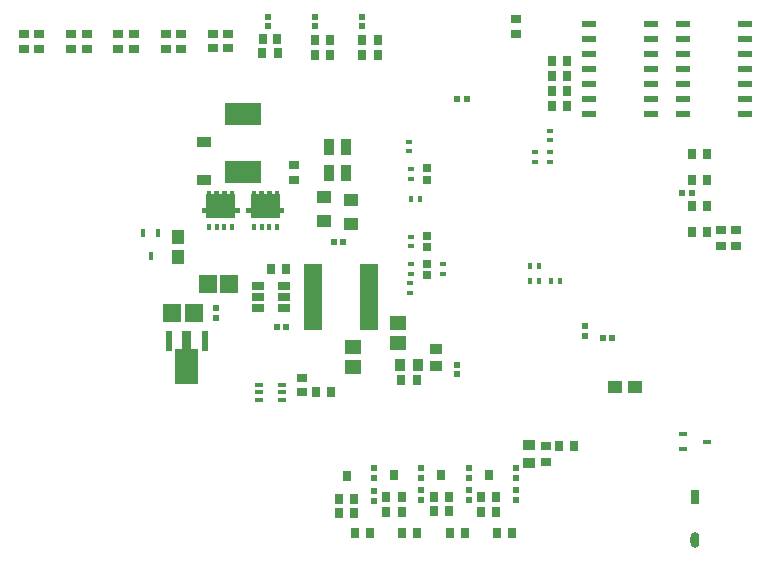
<source format=gbp>
G04*
G04 #@! TF.GenerationSoftware,Altium Limited,Altium Designer,24.2.2 (26)*
G04*
G04 Layer_Color=128*
%FSLAX44Y44*%
%MOMM*%
G71*
G04*
G04 #@! TF.SameCoordinates,E4E63788-C9BD-4034-8D98-A8616A57BAF2*
G04*
G04*
G04 #@! TF.FilePolarity,Positive*
G04*
G01*
G75*
%ADD23R,0.7500X0.8500*%
%ADD25R,0.8500X0.7000*%
%ADD26R,0.8500X0.7500*%
%ADD27R,0.7000X0.9000*%
%ADD28R,0.5500X0.5500*%
%ADD33R,0.5500X0.5500*%
%ADD35R,0.9500X0.8000*%
%ADD36R,0.5200X0.5200*%
%ADD37R,0.5200X0.5200*%
G04:AMPARAMS|DCode=38|XSize=1.3082mm|YSize=0.7621mm|CornerRadius=0.3811mm|HoleSize=0mm|Usage=FLASHONLY|Rotation=90.000|XOffset=0mm|YOffset=0mm|HoleType=Round|Shape=RoundedRectangle|*
%AMROUNDEDRECTD38*
21,1,1.3082,0.0000,0,0,90.0*
21,1,0.5461,0.7621,0,0,90.0*
1,1,0.7621,0.0000,0.2730*
1,1,0.7621,0.0000,-0.2730*
1,1,0.7621,0.0000,-0.2730*
1,1,0.7621,0.0000,0.2730*
%
%ADD38ROUNDEDRECTD38*%
%ADD39R,0.7621X1.3082*%
%ADD49R,0.7000X0.8500*%
%ADD80R,1.5000X1.5500*%
G04:AMPARAMS|DCode=81|XSize=0.55mm|YSize=1.25mm|CornerRadius=0.0495mm|HoleSize=0mm|Usage=FLASHONLY|Rotation=90.000|XOffset=0mm|YOffset=0mm|HoleType=Round|Shape=RoundedRectangle|*
%AMROUNDEDRECTD81*
21,1,0.5500,1.1510,0,0,90.0*
21,1,0.4510,1.2500,0,0,90.0*
1,1,0.0990,0.5755,0.2255*
1,1,0.0990,0.5755,-0.2255*
1,1,0.0990,-0.5755,-0.2255*
1,1,0.0990,-0.5755,0.2255*
%
%ADD81ROUNDEDRECTD81*%
%ADD82R,0.5800X1.7300*%
%ADD83C,1.7397*%
%ADD84R,0.8000X0.4000*%
%ADD85R,0.9000X1.0500*%
%ADD86R,1.0500X0.9000*%
%ADD87R,1.6000X5.7000*%
%ADD88R,1.0000X0.7000*%
%ADD90R,0.3500X0.5000*%
%ADD91R,1.2200X0.9100*%
%ADD92R,3.1500X1.9600*%
%ADD93R,0.7000X0.4200*%
%ADD94R,1.1500X1.0500*%
%ADD95R,1.0500X1.1500*%
%ADD96R,0.4200X0.7000*%
%ADD97R,0.9500X1.3500*%
%ADD98R,1.2500X1.0000*%
%ADD99R,0.5000X0.4000*%
%ADD100R,0.4000X0.5000*%
%ADD101R,0.6725X0.7154*%
%ADD102R,1.4562X1.2546*%
G36*
X215228Y224413D02*
X221093D01*
Y194113D01*
X201763D01*
Y224413D01*
X207628D01*
Y239413D01*
X215228D01*
Y224413D01*
D02*
G37*
G36*
X251690Y354991D02*
X252190D01*
Y343641D01*
X255990D01*
Y339341D01*
X252190D01*
Y335191D01*
X227690D01*
Y339341D01*
X223890D01*
Y343641D01*
X227690D01*
Y354991D01*
X228190D01*
Y357991D01*
X232190D01*
Y354991D01*
X234690D01*
Y357991D01*
X238690D01*
Y354991D01*
X241190D01*
Y357991D01*
X245190D01*
Y354991D01*
X247690D01*
Y357991D01*
X251690D01*
Y354991D01*
D02*
G37*
G36*
X289690D02*
X290190D01*
Y343641D01*
X293990D01*
Y339341D01*
X290190D01*
Y335191D01*
X265690D01*
Y339341D01*
X261890D01*
Y343641D01*
X265690D01*
Y354991D01*
X266190D01*
Y357991D01*
X270190D01*
Y354991D01*
X272690D01*
Y357991D01*
X276690D01*
Y354991D01*
X279190D01*
Y357991D01*
X283190D01*
Y354991D01*
X285690D01*
Y357991D01*
X289690D01*
Y354991D01*
D02*
G37*
D23*
X275250Y474500D02*
D03*
X288250D02*
D03*
X533500Y468000D02*
D03*
X520500D02*
D03*
X533500Y455426D02*
D03*
X520500D02*
D03*
X533500Y442750D02*
D03*
X520500D02*
D03*
X533500Y430250D02*
D03*
X520500D02*
D03*
X539250Y141750D02*
D03*
X526250D02*
D03*
X333500Y187500D02*
D03*
X320500D02*
D03*
X393000Y197750D02*
D03*
X406000D02*
D03*
X433500Y86695D02*
D03*
X420500D02*
D03*
X473500Y86500D02*
D03*
X460500D02*
D03*
X393250Y86500D02*
D03*
X380250D02*
D03*
X353250Y85500D02*
D03*
X340250D02*
D03*
X295500Y292250D02*
D03*
X282500D02*
D03*
X651750Y323481D02*
D03*
X638750D02*
D03*
X651750Y367481D02*
D03*
X638750D02*
D03*
X651750Y345481D02*
D03*
X638750D02*
D03*
X651750Y389481D02*
D03*
X638750D02*
D03*
X333000Y473000D02*
D03*
X320000D02*
D03*
X373000D02*
D03*
X360000D02*
D03*
X373000Y485500D02*
D03*
X360000D02*
D03*
X333000Y485500D02*
D03*
X320000D02*
D03*
D25*
X308500Y187500D02*
D03*
Y200000D02*
D03*
X233750Y478750D02*
D03*
Y491250D02*
D03*
X246250Y478750D02*
D03*
Y491250D02*
D03*
D26*
X676000Y324500D02*
D03*
Y311500D02*
D03*
X663500Y324500D02*
D03*
Y311500D02*
D03*
X515500Y128750D02*
D03*
Y141750D02*
D03*
X302000Y380250D02*
D03*
Y367250D02*
D03*
X86000Y491000D02*
D03*
Y478000D02*
D03*
X490500Y490500D02*
D03*
Y503500D02*
D03*
D27*
X433500Y98695D02*
D03*
X420500D02*
D03*
X427000Y117695D02*
D03*
X473500Y98500D02*
D03*
X460500D02*
D03*
X467000Y117500D02*
D03*
X393250Y98500D02*
D03*
X380250D02*
D03*
X386750Y117500D02*
D03*
X353250Y97500D02*
D03*
X340250D02*
D03*
X346750Y116500D02*
D03*
D28*
X490250Y105000D02*
D03*
Y96000D02*
D03*
Y114500D02*
D03*
Y123500D02*
D03*
X450000Y114500D02*
D03*
Y123500D02*
D03*
Y105000D02*
D03*
Y96000D02*
D03*
X409750Y114500D02*
D03*
Y123500D02*
D03*
Y105000D02*
D03*
Y96000D02*
D03*
X369750Y114500D02*
D03*
Y123500D02*
D03*
Y104250D02*
D03*
Y95250D02*
D03*
D33*
X439750Y435500D02*
D03*
X448750D02*
D03*
D35*
X153500Y491250D02*
D03*
Y477750D02*
D03*
X193500Y491250D02*
D03*
Y477750D02*
D03*
X166500Y491250D02*
D03*
Y477750D02*
D03*
X206500Y491250D02*
D03*
Y477750D02*
D03*
X126645Y491250D02*
D03*
Y477750D02*
D03*
X113395Y491250D02*
D03*
Y477750D02*
D03*
X73500Y491250D02*
D03*
Y477750D02*
D03*
D36*
X236250Y258750D02*
D03*
Y250750D02*
D03*
X280000Y497500D02*
D03*
Y505500D02*
D03*
X360000Y497500D02*
D03*
Y505500D02*
D03*
X320000Y497500D02*
D03*
Y505500D02*
D03*
X440500Y211000D02*
D03*
Y203000D02*
D03*
X548250Y243500D02*
D03*
Y235500D02*
D03*
D37*
X630750Y356481D02*
D03*
X638750D02*
D03*
X287750Y242750D02*
D03*
X295750D02*
D03*
X343750Y314615D02*
D03*
X335750D02*
D03*
X563750Y233750D02*
D03*
X571750D02*
D03*
D38*
X641500Y62500D02*
D03*
D39*
Y99000D02*
D03*
D49*
X434000Y68445D02*
D03*
X446500D02*
D03*
X474250Y68500D02*
D03*
X486750D02*
D03*
X393750D02*
D03*
X406250D02*
D03*
X353750Y68500D02*
D03*
X366250D02*
D03*
X288000Y487000D02*
D03*
X275500D02*
D03*
D80*
X247000Y279000D02*
D03*
X229000D02*
D03*
X217250Y254750D02*
D03*
X199250D02*
D03*
D81*
X631250Y423400D02*
D03*
Y436100D02*
D03*
Y448800D02*
D03*
Y461500D02*
D03*
Y474200D02*
D03*
Y486900D02*
D03*
Y499600D02*
D03*
X683750Y423400D02*
D03*
Y436100D02*
D03*
Y448800D02*
D03*
Y461500D02*
D03*
Y474200D02*
D03*
Y486900D02*
D03*
Y499600D02*
D03*
X604250D02*
D03*
Y486900D02*
D03*
Y474200D02*
D03*
Y461500D02*
D03*
Y448800D02*
D03*
Y436100D02*
D03*
Y423400D02*
D03*
X551750Y499600D02*
D03*
Y486900D02*
D03*
Y474200D02*
D03*
Y461500D02*
D03*
Y448800D02*
D03*
Y436100D02*
D03*
Y423400D02*
D03*
D82*
X196428Y230763D02*
D03*
X226428D02*
D03*
D83*
X211428Y212954D02*
D03*
D84*
X291750Y194000D02*
D03*
Y187500D02*
D03*
Y181000D02*
D03*
X272750D02*
D03*
Y187500D02*
D03*
Y194000D02*
D03*
D85*
X406750Y210750D02*
D03*
X392250D02*
D03*
D86*
X422000Y224500D02*
D03*
Y210000D02*
D03*
X501250Y128000D02*
D03*
Y142500D02*
D03*
D87*
X318250Y268000D02*
D03*
X365250D02*
D03*
D88*
X271755Y258500D02*
D03*
Y268000D02*
D03*
Y277500D02*
D03*
X293745D02*
D03*
Y268000D02*
D03*
Y258500D02*
D03*
D90*
X249690Y327491D02*
D03*
X243190D02*
D03*
X236690D02*
D03*
X230190D02*
D03*
X287690D02*
D03*
X281190D02*
D03*
X274690D02*
D03*
X268190D02*
D03*
D91*
X226000Y366900D02*
D03*
Y399600D02*
D03*
D92*
X258940Y422816D02*
D03*
Y373716D02*
D03*
D93*
X631500Y139250D02*
D03*
Y152250D02*
D03*
X651500Y145750D02*
D03*
D94*
X574250Y192000D02*
D03*
X591250D02*
D03*
D95*
X204250Y319000D02*
D03*
Y302000D02*
D03*
D96*
X174250Y322500D02*
D03*
X187250D02*
D03*
X180750Y302500D02*
D03*
D97*
X331500Y373026D02*
D03*
X346500D02*
D03*
X331500Y394776D02*
D03*
X346500D02*
D03*
D98*
X350750Y350365D02*
D03*
Y330365D02*
D03*
X327750Y332865D02*
D03*
Y352865D02*
D03*
D99*
X518730Y390750D02*
D03*
Y382750D02*
D03*
X506342Y390744D02*
D03*
Y382744D02*
D03*
X518730Y400750D02*
D03*
Y408750D02*
D03*
X399750Y399730D02*
D03*
Y391730D02*
D03*
X400750Y279750D02*
D03*
Y271750D02*
D03*
X400770Y295750D02*
D03*
Y287750D02*
D03*
X428020Y295750D02*
D03*
Y287750D02*
D03*
X400902Y311035D02*
D03*
Y319035D02*
D03*
X400770Y376250D02*
D03*
Y368250D02*
D03*
D100*
X509750Y294344D02*
D03*
X501750D02*
D03*
X509750Y281770D02*
D03*
X501750D02*
D03*
X519750D02*
D03*
X527750D02*
D03*
X408770Y350750D02*
D03*
X400770D02*
D03*
D101*
X414520Y286714D02*
D03*
Y296285D02*
D03*
X414540Y319785D02*
D03*
Y310214D02*
D03*
X414408Y367470D02*
D03*
Y377041D02*
D03*
D102*
X390000Y229242D02*
D03*
Y245758D02*
D03*
X352250Y208984D02*
D03*
Y225500D02*
D03*
M02*

</source>
